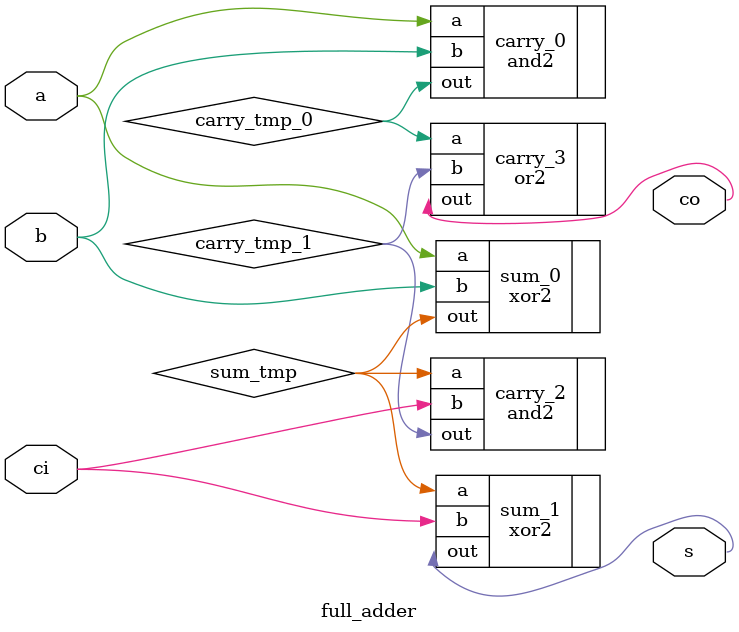
<source format=v>
module full_adder(a, b, ci, s, co);

input a, b, ci;
output s, co;

wire sum_tmp, carry_tmp_0, carry_tmp_1;

xor2 sum_0(.a(a), .b(b), .out(sum_tmp));
and2 carry_0(.a(a), .b(b), .out(carry_tmp_0));

xor2 sum_1(.a(sum_tmp), .b(ci), .out(s));
and2 carry_2(.a(sum_tmp), .b(ci), .out(carry_tmp_1));

or2 carry_3(.a(carry_tmp_0), .b(carry_tmp_1), .out(co));

endmodule

</source>
